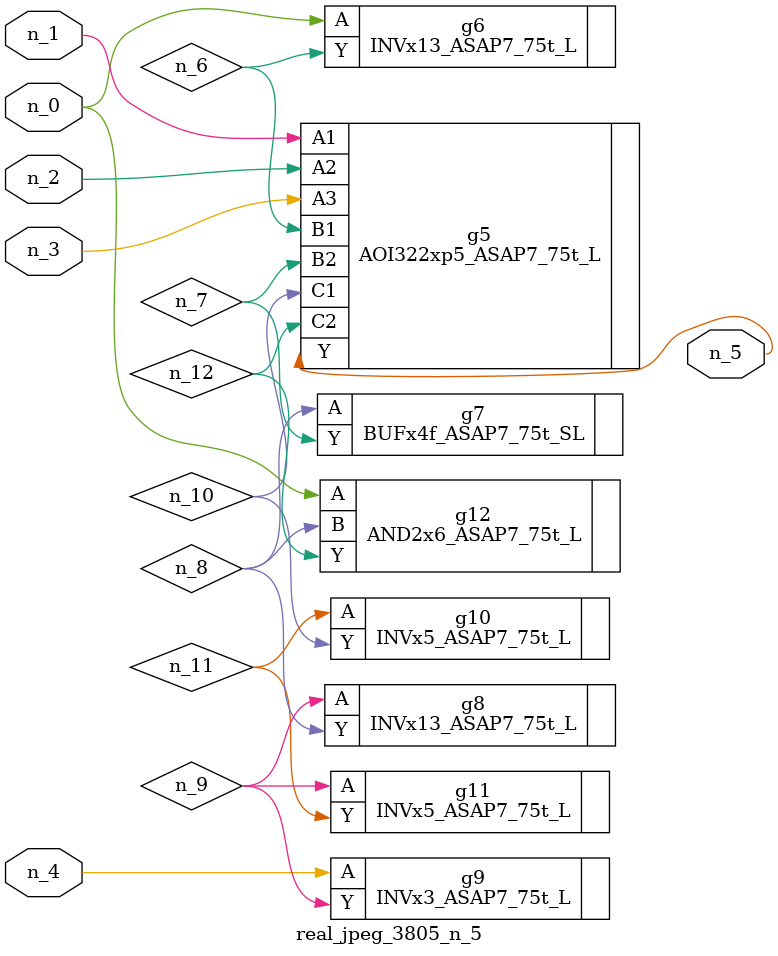
<source format=v>
module real_jpeg_3805_n_5 (n_4, n_0, n_1, n_2, n_3, n_5);

input n_4;
input n_0;
input n_1;
input n_2;
input n_3;

output n_5;

wire n_12;
wire n_8;
wire n_11;
wire n_6;
wire n_7;
wire n_10;
wire n_9;

INVx13_ASAP7_75t_L g6 ( 
.A(n_0),
.Y(n_6)
);

AND2x6_ASAP7_75t_L g12 ( 
.A(n_0),
.B(n_8),
.Y(n_12)
);

AOI322xp5_ASAP7_75t_L g5 ( 
.A1(n_1),
.A2(n_2),
.A3(n_3),
.B1(n_6),
.B2(n_7),
.C1(n_10),
.C2(n_12),
.Y(n_5)
);

INVx3_ASAP7_75t_L g9 ( 
.A(n_4),
.Y(n_9)
);

BUFx4f_ASAP7_75t_SL g7 ( 
.A(n_8),
.Y(n_7)
);

INVx13_ASAP7_75t_L g8 ( 
.A(n_9),
.Y(n_8)
);

INVx5_ASAP7_75t_L g11 ( 
.A(n_9),
.Y(n_11)
);

INVx5_ASAP7_75t_L g10 ( 
.A(n_11),
.Y(n_10)
);


endmodule
</source>
